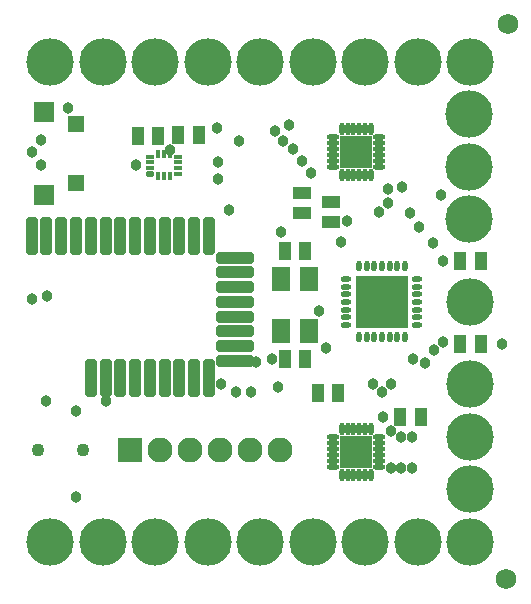
<source format=gbs>
G04 Layer_Color=16711935*
%FSLAX43Y43*%
%MOMM*%
G71*
G01*
G75*
%ADD58R,1.603X1.053*%
%ADD59R,1.053X1.603*%
%ADD74C,1.727*%
%ADD75C,4.013*%
%ADD76C,2.108*%
%ADD77R,2.108X2.108*%
%ADD78R,1.453X1.453*%
%ADD79R,1.703X1.703*%
%ADD80C,1.103*%
%ADD81C,0.965*%
G04:AMPARAMS|DCode=82|XSize=0.453mm|YSize=0.753mm|CornerRadius=0.164mm|HoleSize=0mm|Usage=FLASHONLY|Rotation=270.000|XOffset=0mm|YOffset=0mm|HoleType=Round|Shape=RoundedRectangle|*
%AMROUNDEDRECTD82*
21,1,0.453,0.425,0,0,270.0*
21,1,0.125,0.753,0,0,270.0*
1,1,0.328,-0.212,-0.063*
1,1,0.328,-0.212,0.063*
1,1,0.328,0.212,0.063*
1,1,0.328,0.212,-0.063*
%
%ADD82ROUNDEDRECTD82*%
%ADD83R,0.753X0.453*%
%ADD84R,0.453X0.753*%
G04:AMPARAMS|DCode=85|XSize=3.203mm|YSize=1.053mm|CornerRadius=0.314mm|HoleSize=0mm|Usage=FLASHONLY|Rotation=270.000|XOffset=0mm|YOffset=0mm|HoleType=Round|Shape=RoundedRectangle|*
%AMROUNDEDRECTD85*
21,1,3.203,0.425,0,0,270.0*
21,1,2.575,1.053,0,0,270.0*
1,1,0.628,-0.212,-1.288*
1,1,0.628,-0.212,1.288*
1,1,0.628,0.212,1.288*
1,1,0.628,0.212,-1.288*
%
%ADD85ROUNDEDRECTD85*%
G04:AMPARAMS|DCode=86|XSize=1.053mm|YSize=3.203mm|CornerRadius=0.314mm|HoleSize=0mm|Usage=FLASHONLY|Rotation=270.000|XOffset=0mm|YOffset=0mm|HoleType=Round|Shape=RoundedRectangle|*
%AMROUNDEDRECTD86*
21,1,1.053,2.575,0,0,270.0*
21,1,0.425,3.203,0,0,270.0*
1,1,0.628,-1.288,-0.212*
1,1,0.628,-1.288,0.212*
1,1,0.628,1.288,0.212*
1,1,0.628,1.288,-0.212*
%
%ADD86ROUNDEDRECTD86*%
%ADD87O,1.103X0.453*%
%ADD88O,0.453X1.103*%
%ADD89R,2.803X2.803*%
%ADD90R,4.383X4.383*%
%ADD91O,0.503X0.903*%
%ADD92O,0.903X0.503*%
%ADD93R,1.603X2.003*%
D58*
X24003Y34022D02*
D03*
Y32272D02*
D03*
X26416Y33260D02*
D03*
Y31510D02*
D03*
D59*
X10069Y38854D02*
D03*
X11819D02*
D03*
X15212Y38862D02*
D03*
X13462D02*
D03*
X27051Y17018D02*
D03*
X25301D02*
D03*
X32272Y14986D02*
D03*
X34022D02*
D03*
X22493Y19939D02*
D03*
X24243D02*
D03*
Y29083D02*
D03*
X22493D02*
D03*
X39102Y21209D02*
D03*
X37352D02*
D03*
Y28194D02*
D03*
X39102D02*
D03*
D74*
X41275Y1270D02*
D03*
X41402Y48260D02*
D03*
D75*
X38227Y24765D02*
D03*
X38100Y31750D02*
D03*
Y36195D02*
D03*
Y40640D02*
D03*
X38227Y45085D02*
D03*
X33782D02*
D03*
X29337D02*
D03*
X24892D02*
D03*
X20447D02*
D03*
X16002D02*
D03*
X11557D02*
D03*
X7112D02*
D03*
X2667D02*
D03*
X38227Y17780D02*
D03*
Y13335D02*
D03*
Y8890D02*
D03*
Y4445D02*
D03*
X29337D02*
D03*
X24892D02*
D03*
X20447D02*
D03*
X33782D02*
D03*
X16002D02*
D03*
X11557D02*
D03*
X7112D02*
D03*
X2667Y4435D02*
D03*
D76*
X19558Y12192D02*
D03*
X17018D02*
D03*
X11938D02*
D03*
X14478D02*
D03*
X22098D02*
D03*
D77*
X9398D02*
D03*
D78*
X4826Y34838D02*
D03*
Y39838D02*
D03*
D79*
X2126Y40838D02*
D03*
Y33838D02*
D03*
D80*
X1651Y12192D02*
D03*
X5461D02*
D03*
D81*
X35179Y20701D02*
D03*
X35941Y21336D02*
D03*
X17780Y32512D02*
D03*
X16891Y35179D02*
D03*
Y36576D02*
D03*
X19685Y17145D02*
D03*
X18415D02*
D03*
X17145Y17780D02*
D03*
X1905Y38481D02*
D03*
Y36322D02*
D03*
X4826Y15494D02*
D03*
Y8255D02*
D03*
X2286Y16383D02*
D03*
X7366D02*
D03*
X40894Y21209D02*
D03*
X30734Y17145D02*
D03*
X33274Y10668D02*
D03*
X32385D02*
D03*
Y13335D02*
D03*
X33274D02*
D03*
X31496Y10668D02*
D03*
X27305Y29845D02*
D03*
X30861Y14986D02*
D03*
X35941Y28194D02*
D03*
X26035Y20828D02*
D03*
X2413Y25273D02*
D03*
X16764Y39497D02*
D03*
X1143Y25019D02*
D03*
X21971Y17526D02*
D03*
X25400Y24003D02*
D03*
X1143Y37465D02*
D03*
X4191Y41148D02*
D03*
X9906Y36322D02*
D03*
X27813Y31623D02*
D03*
X22225Y30719D02*
D03*
X12827Y37592D02*
D03*
X18669Y38354D02*
D03*
X23241Y37719D02*
D03*
X33401Y19939D02*
D03*
X34417Y19558D02*
D03*
X31496Y17780D02*
D03*
X29972D02*
D03*
X31496Y13843D02*
D03*
X21463Y19939D02*
D03*
X20066Y19685D02*
D03*
X21723Y39197D02*
D03*
X22860Y39751D02*
D03*
X22365Y38367D02*
D03*
X24701Y35687D02*
D03*
X24003Y36703D02*
D03*
X30480Y32385D02*
D03*
X35052Y29718D02*
D03*
X31242Y34290D02*
D03*
Y33147D02*
D03*
X32436Y34493D02*
D03*
X33147Y32258D02*
D03*
X33909Y31115D02*
D03*
X35718Y33817D02*
D03*
D82*
X11144Y35572D02*
D03*
D83*
Y36072D02*
D03*
Y36572D02*
D03*
Y37072D02*
D03*
X13494D02*
D03*
Y36572D02*
D03*
Y36072D02*
D03*
Y35572D02*
D03*
D84*
X11819Y37247D02*
D03*
X12319D02*
D03*
X12819D02*
D03*
Y35397D02*
D03*
X12319D02*
D03*
X11819D02*
D03*
D85*
X16088Y30365D02*
D03*
X14838D02*
D03*
X13588D02*
D03*
X12338D02*
D03*
X11088D02*
D03*
X9838D02*
D03*
X8588D02*
D03*
X7338D02*
D03*
X6088D02*
D03*
X4838D02*
D03*
X3588D02*
D03*
X2338D02*
D03*
X1088D02*
D03*
X16088Y18315D02*
D03*
X14838D02*
D03*
X13588D02*
D03*
X12338D02*
D03*
X11088D02*
D03*
X9838D02*
D03*
X8588D02*
D03*
X7338D02*
D03*
X6088D02*
D03*
D86*
X18288Y28515D02*
D03*
Y27265D02*
D03*
Y26015D02*
D03*
Y24765D02*
D03*
Y23515D02*
D03*
Y22265D02*
D03*
Y21015D02*
D03*
Y19765D02*
D03*
D87*
X26625Y10815D02*
D03*
Y11315D02*
D03*
Y11815D02*
D03*
Y12315D02*
D03*
Y12815D02*
D03*
Y13315D02*
D03*
X30525D02*
D03*
Y12815D02*
D03*
Y12315D02*
D03*
Y11815D02*
D03*
Y11315D02*
D03*
Y10815D02*
D03*
X30525Y38715D02*
D03*
Y38215D02*
D03*
Y37715D02*
D03*
Y37215D02*
D03*
Y36715D02*
D03*
Y36215D02*
D03*
X26625D02*
D03*
Y36715D02*
D03*
Y37215D02*
D03*
Y37715D02*
D03*
Y38215D02*
D03*
Y38715D02*
D03*
D88*
X27325Y14015D02*
D03*
X27825D02*
D03*
X28325D02*
D03*
X28825D02*
D03*
X29325D02*
D03*
X29825D02*
D03*
Y10115D02*
D03*
X29325D02*
D03*
X28825D02*
D03*
X28325D02*
D03*
X27825D02*
D03*
X27325D02*
D03*
X29825Y35515D02*
D03*
X29325D02*
D03*
X28825D02*
D03*
X28325D02*
D03*
X27825D02*
D03*
X27325D02*
D03*
Y39415D02*
D03*
X27825D02*
D03*
X28325D02*
D03*
X28825D02*
D03*
X29325D02*
D03*
X29825D02*
D03*
D89*
X28575Y12065D02*
D03*
X28575Y37465D02*
D03*
D90*
X30734Y24765D02*
D03*
D91*
X28784Y21765D02*
D03*
X29434D02*
D03*
X30084D02*
D03*
X30734D02*
D03*
X31384D02*
D03*
X32034D02*
D03*
X32684D02*
D03*
Y27765D02*
D03*
X32034D02*
D03*
X31384D02*
D03*
X30734D02*
D03*
X30084D02*
D03*
X29434D02*
D03*
X28784D02*
D03*
D92*
X33734Y22815D02*
D03*
Y23465D02*
D03*
Y24115D02*
D03*
Y24765D02*
D03*
Y25415D02*
D03*
Y26065D02*
D03*
Y26715D02*
D03*
X27734D02*
D03*
Y26065D02*
D03*
Y25415D02*
D03*
Y24765D02*
D03*
Y24115D02*
D03*
Y23465D02*
D03*
Y22815D02*
D03*
D93*
X24568Y26711D02*
D03*
X22168Y22311D02*
D03*
Y26711D02*
D03*
X24568Y22311D02*
D03*
M02*

</source>
